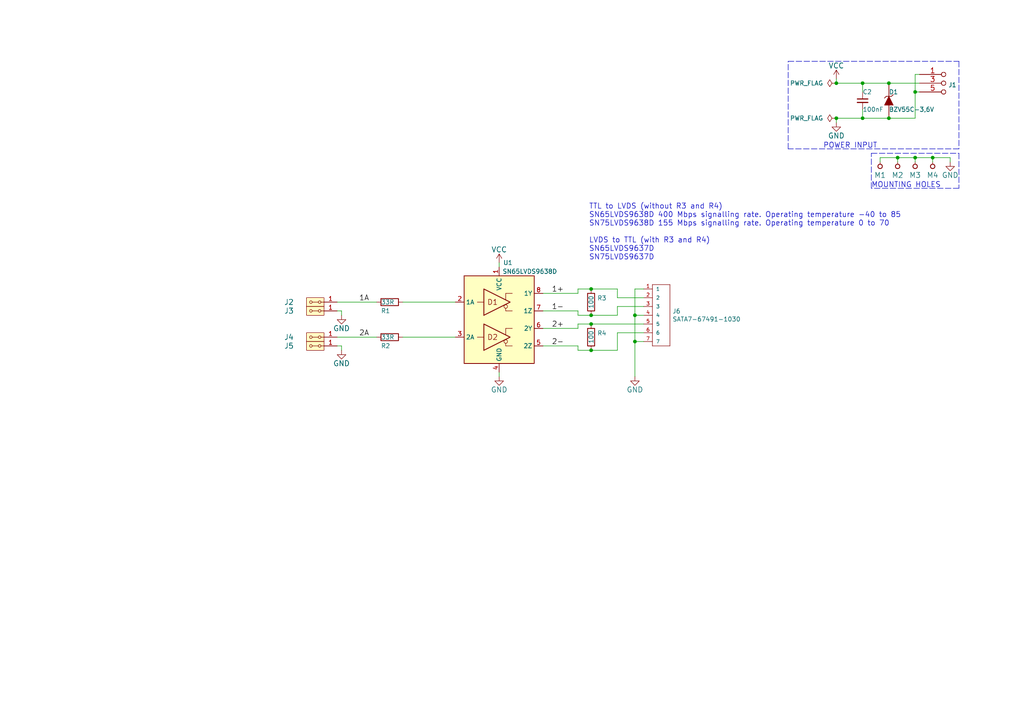
<source format=kicad_sch>
(kicad_sch (version 20211123) (generator eeschema)
  (paper "A4")
  (title_block (title "TTLLVDS01A") (date "%F") (rev "REV") (company "Mlab www.mlab.cz") (comment 2 "TTL to LVDS translating module."))
  (lib_symbols
    (symbol "Device:C_Small" (pin_numbers hide) (pin_names (offset 0.254) hide)
      (property "Reference" "C" (at 0.254 1.778 0))
      (property "Value" "C_Small" (at 0.254 -2.032 0))
      (symbol "C_Small_0_1"
        (polyline (pts (xy -1.524 -0.508) (xy 1.524 -0.508)) (stroke (width 0.3302)))
        (polyline (pts (xy -1.524 0.508) (xy 1.524 0.508)) (stroke (width 0.3048)))
      )
      (symbol "C_Small_1_1"
        (pin passive line (at 0 2.54 270) (length 2.032) (name "~") (number "1"))
        (pin passive line (at 0 -2.54 90) (length 2.032) (name "~") (number "2"))
      )
    )
    (symbol "Device:R" (pin_numbers hide) (pin_names (offset 0))
      (property "Reference" "R" (at 2.032 0 90))
      (property "Value" "R" (at 0 0 90))
      (symbol "R_0_1"
        (rectangle (start -1.016 -2.54) (end 1.016 2.54) (stroke (width 0.254)))
      )
      (symbol "R_1_1"
        (pin passive line (at 0 3.81 270) (length 1.27) (name "~") (number "1"))
        (pin passive line (at 0 -3.81 90) (length 1.27) (name "~") (number "2"))
      )
    )
    (symbol "MLAB_CONNECTORS:SATA7-67491-1030" (pin_names (offset 1.016))
      (property "Reference" "J" (at -2.54 10.16 0))
      (property "Value" "SATA7-67491-1030" (at -2.54 -11.43 0))
      (symbol "SATA7-67491-1030_1_0"
        (polyline (pts (xy -2.54 -8.89) (xy 2.54 -8.89)))
        (polyline (pts (xy -2.54 8.89) (xy -2.54 -8.89)))
        (polyline (pts (xy 2.54 -8.89) (xy 2.54 8.89)))
        (polyline (pts (xy 2.54 8.89) (xy -2.54 8.89)))
      )
      (symbol "SATA7-67491-1030_1_1"
        (pin passive line (at -5.08 7.62 0) (length 2.54) (name "1") (number "1"))
        (pin passive line (at -5.08 5.08 0) (length 2.54) (name "2") (number "2"))
        (pin passive line (at -5.08 2.54 0) (length 2.54) (name "3") (number "3"))
        (pin passive line (at -5.08 0 0) (length 2.54) (name "4") (number "4"))
        (pin passive line (at -5.08 -2.54 0) (length 2.54) (name "5") (number "5"))
        (pin passive line (at -5.08 -5.08 0) (length 2.54) (name "6") (number "6"))
        (pin passive line (at -5.08 -7.62 0) (length 2.54) (name "7") (number "7"))
      )
    )
    (symbol "MLAB_D:D_ZENER" (pin_numbers hide) (pin_names (offset 1.016) hide)
      (property "Reference" "D" (at 0 2.54 0))
      (property "Value" "D_ZENER" (at 0 -2.54 0))
      (symbol "D_ZENER_0_1"
        (polyline (pts (xy -1.778 1.27) (xy -1.27 0.762) (xy -1.27 -0.762) (xy -0.762 -1.27) (xy -0.762 -1.27)) (stroke (width 0.2032)))
        (polyline (pts (xy -1.27 0) (xy 1.27 1.27) (xy 1.27 -1.27) (xy -1.27 0) (xy -1.27 0)) (fill (type outline)))
      )
      (symbol "D_ZENER_1_1"
        (pin passive line (at -5.08 0 0) (length 3.81) (name "K") (number "1"))
        (pin passive line (at 5.08 0 180) (length 3.81) (name "A") (number "2"))
      )
    )
    (symbol "MLAB_HEADER:HEADER_2x01_PARALLEL" (pin_names (offset 1.016))
      (property "Reference" "J" (at 0 -2.54 0))
      (property "Value" "HEADER_2x01_PARALLEL" (at 0 2.54 0))
      (symbol "HEADER_2x01_PARALLEL_0_1"
        (rectangle (start -2.54 1.27) (end 2.54 -1.27) (fill (type background)))
        (circle (center -1.27 0) (radius 0.381))
        (polyline (pts (xy -1.651 0) (xy -2.54 0)))
        (polyline (pts (xy -0.889 0) (xy 0.889 0)))
        (circle (center 1.27 0) (radius 0.381))
      )
      (symbol "HEADER_2x01_PARALLEL_1_1"
        (pin input line (at -6.35 0 0) (length 3.81) (name "~") (number "1"))
        (pin input line (at -6.35 0 0) (length 3.81) hide (name "~") (number "2"))
      )
    )
    (symbol "MLAB_IO:SN65LVDS9638D"
      (property "Reference" "U" (at -10.16 13.97 0))
      (property "Value" "SN65LVDS9638D" (at 1.27 13.97 0))
      (symbol "SN65LVDS9638D_1_0"
        (rectangle (start -10.16 12.7) (end 10.16 -12.7) (stroke (width 0.254)) (fill (type background)))
        (polyline (pts (xy 1.905 -6.858) (xy 1.905 -7.62)))
        (polyline (pts (xy 1.905 -4.445) (xy 1.905 -2.54)))
        (polyline (pts (xy 1.905 3.302) (xy 1.905 2.54)))
        (polyline (pts (xy 1.905 5.715) (xy 1.905 7.62)))
        (circle (center 1.905 -6.35) (radius 0.508))
        (circle (center 1.905 3.81) (radius 0.508))
        (text "D1" (at -1.905 5.08 0) (effects (font (size 1.524 1.524))))
        (text "D2" (at -1.905 -5.08 0) (effects (font (size 1.524 1.524))))
      )
      (symbol "SN65LVDS9638D_1_1"
        (polyline (pts (xy -6.35 -5.08) (xy -4.445 -5.08)))
        (polyline (pts (xy -6.35 5.08) (xy -4.445 5.08)))
        (polyline (pts (xy 1.905 -7.62) (xy 3.81 -7.62)))
        (polyline (pts (xy 1.905 2.54) (xy 3.81 2.54)))
        (polyline (pts (xy 3.81 -2.54) (xy 1.905 -2.54)))
        (polyline (pts (xy 3.81 7.62) (xy 1.905 7.62)))
        (polyline (pts (xy -4.445 -8.89) (xy -4.445 -1.27) (xy 3.175 -5.08) (xy -4.445 -8.89)) (stroke (width 0.254)))
        (polyline (pts (xy -4.445 1.27) (xy -4.445 8.89) (xy 3.175 5.08) (xy -4.445 1.27)) (stroke (width 0.254)))
        (pin power_in line (at 0 15.24 270) (length 2.54) (name "VCC") (number "1"))
        (pin input line (at -12.7 5.08 0) (length 2.54) (name "1A") (number "2"))
        (pin input line (at -12.7 -5.08 0) (length 2.54) (name "2A") (number "3"))
        (pin power_in line (at 0 -15.24 90) (length 2.54) (name "GND") (number "4"))
        (pin output line (at 12.7 -7.62 180) (length 2.54) (name "2Z") (number "5"))
        (pin output line (at 12.7 -2.54 180) (length 2.54) (name "2Y") (number "6"))
        (pin output line (at 12.7 2.54 180) (length 2.54) (name "1Z") (number "7"))
        (pin output line (at 12.7 7.62 180) (length 2.54) (name "1Y") (number "8"))
      )
    )
    (symbol "MLAB_Jumpers:JUMP_3X2" (pin_names (offset 1.016) hide)
      (property "Reference" "J" (at -8.89 5.08 0))
      (symbol "JUMP_3X2_1_1"
        (pin passive inverted (at -10.16 3.81 0) (length 7.62) (name "2") (number "1"))
        (pin passive inverted (at -10.16 3.81 0) (length 7.62) hide (name "2") (number "2"))
        (pin passive inverted (at -10.16 1.27 0) (length 7.62) (name "4") (number "3"))
        (pin passive inverted (at -10.16 1.27 0) (length 7.62) hide (name "4") (number "4"))
        (pin passive inverted (at -10.16 -1.27 0) (length 7.62) (name "6") (number "5"))
        (pin passive inverted (at -10.16 -1.27 0) (length 7.62) hide (name "6") (number "6"))
      )
    )
    (symbol "MLAB_MECHANICAL:HOLE" (pin_numbers hide) (pin_names (offset 1.016) hide)
      (property "Reference" "M" (at 0 2.54 0))
      (property "Value" "MLAB_MECHANICAL_HOLE" (at 0 -2.54 0))
      (symbol "HOLE_0_1"
        (circle (center 0 0) (radius 0.635) (stroke (width 0.254)))
      )
      (symbol "HOLE_1_1"
        (pin input line (at 1.27 0 180) (length 0.635) (name "~") (number "1"))
      )
    )
    (symbol "power:GND" (power) (pin_names (offset 0))
      (property "Value" "GND" (at 0 -3.81 0))
      (symbol "GND_0_1"
        (polyline (pts (xy 0 0) (xy 0 -1.27) (xy 1.27 -1.27) (xy 0 -2.54) (xy -1.27 -1.27) (xy 0 -1.27)))
      )
      (symbol "GND_1_1"
        (pin power_in line (at 0 0 270) (length 0) hide (name "GND") (number "1"))
      )
    )
    (symbol "power:PWR_FLAG" (power) (pin_numbers hide) (pin_names (offset 0) hide)
      (property "Value" "PWR_FLAG" (at 0 3.81 0))
      (symbol "PWR_FLAG_0_0"
        (pin power_out line (at 0 0 90) (length 0) (name "pwr") (number "1"))
      )
      (symbol "PWR_FLAG_0_1"
        (polyline (pts (xy 0 0) (xy 0 1.27) (xy -1.016 1.905) (xy 0 2.54) (xy 1.016 1.905) (xy 0 1.27)))
      )
    )
    (symbol "power:VCC" (power) (pin_names (offset 0))
      (property "Value" "VCC" (at 0 3.81 0))
      (symbol "VCC_0_1"
        (polyline (pts (xy -0.762 1.27) (xy 0 2.54)))
        (polyline (pts (xy 0 0) (xy 0 2.54)))
        (polyline (pts (xy 0 2.54) (xy 0.762 1.27)))
      )
      (symbol "VCC_1_1"
        (pin power_in line (at 0 0 90) (length 0) hide (name "VCC") (number "1"))
      )
    )
  )
  (junction (at 250.19 24.13))
  (junction (at 242.57 24.13))
  (junction (at 184.15 91.44))
  (junction (at 242.57 34.29))
  (junction (at 171.45 91.44))
  (junction (at 171.45 93.98))
  (junction (at 257.81 34.29))
  (junction (at 265.43 26.67))
  (junction (at 250.19 34.29))
  (junction (at 260.35 45.72))
  (junction (at 257.81 24.13))
  (junction (at 270.51 45.72))
  (junction (at 171.45 101.6))
  (junction (at 184.15 99.06))
  (junction (at 171.45 83.82))
  (junction (at 265.43 45.72))
  (wire (pts (xy 167.64 95.25) (xy 167.64 93.98)))
  (wire (pts (xy 255.27 45.72) (xy 255.27 46.99)))
  (wire (pts (xy 184.15 91.44) (xy 184.15 99.06)))
  (wire (pts (xy 171.45 83.82) (xy 167.64 83.82)))
  (polyline (pts (xy 278.13 54.61) (xy 252.73 54.61)))
  (wire (pts (xy 167.64 91.44) (xy 171.45 91.44)))
  (wire (pts (xy 265.43 46.99) (xy 265.43 45.72)))
  (wire (pts (xy 250.19 34.29) (xy 242.57 34.29)))
  (wire (pts (xy 265.43 45.72) (xy 260.35 45.72)))
  (wire (pts (xy 157.48 90.17) (xy 167.64 90.17)))
  (wire (pts (xy 266.7 21.59) (xy 265.43 21.59)))
  (wire (pts (xy 184.15 83.82) (xy 184.15 91.44)))
  (wire (pts (xy 250.19 24.13) (xy 242.57 24.13)))
  (wire (pts (xy 167.64 93.98) (xy 171.45 93.98)))
  (wire (pts (xy 144.78 109.22) (xy 144.78 107.95)))
  (wire (pts (xy 171.45 101.6) (xy 167.64 101.6)))
  (wire (pts (xy 116.84 97.79) (xy 132.08 97.79)))
  (wire (pts (xy 99.06 90.17) (xy 99.06 91.44)))
  (wire (pts (xy 167.64 100.33) (xy 157.48 100.33)))
  (polyline (pts (xy 228.6 43.18) (xy 228.6 17.78)))
  (wire (pts (xy 97.79 100.33) (xy 99.06 100.33)))
  (polyline (pts (xy 278.13 43.18) (xy 228.6 43.18)))
  (wire (pts (xy 266.7 26.67) (xy 265.43 26.67)))
  (wire (pts (xy 250.19 31.75) (xy 250.19 34.29)))
  (polyline (pts (xy 278.13 17.78) (xy 278.13 43.18)))
  (wire (pts (xy 186.69 83.82) (xy 184.15 83.82)))
  (wire (pts (xy 257.81 24.13) (xy 250.19 24.13)))
  (wire (pts (xy 99.06 100.33) (xy 99.06 101.6)))
  (wire (pts (xy 260.35 46.99) (xy 260.35 45.72)))
  (wire (pts (xy 242.57 22.86) (xy 242.57 24.13)))
  (wire (pts (xy 179.07 91.44) (xy 179.07 88.9)))
  (wire (pts (xy 184.15 99.06) (xy 184.15 109.22)))
  (polyline (pts (xy 252.73 44.45) (xy 278.13 44.45)))
  (wire (pts (xy 257.81 34.29) (xy 265.43 34.29)))
  (polyline (pts (xy 228.6 17.78) (xy 278.13 17.78)))
  (wire (pts (xy 250.19 24.13) (xy 250.19 26.67)))
  (wire (pts (xy 275.59 46.99) (xy 275.59 45.72)))
  (wire (pts (xy 171.45 93.98) (xy 186.69 93.98)))
  (wire (pts (xy 179.07 86.36) (xy 179.07 83.82)))
  (wire (pts (xy 186.69 91.44) (xy 184.15 91.44)))
  (wire (pts (xy 116.84 87.63) (xy 132.08 87.63)))
  (wire (pts (xy 275.59 45.72) (xy 270.51 45.72)))
  (wire (pts (xy 242.57 34.29) (xy 242.57 35.56)))
  (wire (pts (xy 179.07 101.6) (xy 179.07 96.52)))
  (wire (pts (xy 270.51 45.72) (xy 265.43 45.72)))
  (wire (pts (xy 171.45 91.44) (xy 179.07 91.44)))
  (wire (pts (xy 250.19 34.29) (xy 257.81 34.29)))
  (wire (pts (xy 167.64 83.82) (xy 167.64 85.09)))
  (wire (pts (xy 257.81 24.13) (xy 266.7 24.13)))
  (wire (pts (xy 186.69 99.06) (xy 184.15 99.06)))
  (wire (pts (xy 179.07 96.52) (xy 186.69 96.52)))
  (wire (pts (xy 260.35 45.72) (xy 255.27 45.72)))
  (wire (pts (xy 167.64 90.17) (xy 167.64 91.44)))
  (wire (pts (xy 179.07 88.9) (xy 186.69 88.9)))
  (wire (pts (xy 265.43 26.67) (xy 265.43 34.29)))
  (wire (pts (xy 167.64 85.09) (xy 157.48 85.09)))
  (wire (pts (xy 97.79 90.17) (xy 99.06 90.17)))
  (polyline (pts (xy 252.73 54.61) (xy 252.73 44.45)))
  (wire (pts (xy 186.69 86.36) (xy 179.07 86.36)))
  (wire (pts (xy 265.43 21.59) (xy 265.43 26.67)))
  (wire (pts (xy 171.45 101.6) (xy 179.07 101.6)))
  (wire (pts (xy 167.64 101.6) (xy 167.64 100.33)))
  (wire (pts (xy 144.78 77.47) (xy 144.78 76.2)))
  (wire (pts (xy 109.22 97.79) (xy 97.79 97.79)))
  (wire (pts (xy 97.79 87.63) (xy 109.22 87.63)))
  (wire (pts (xy 179.07 83.82) (xy 171.45 83.82)))
  (polyline (pts (xy 278.13 44.45) (xy 278.13 54.61)))
  (wire (pts (xy 157.48 95.25) (xy 167.64 95.25)))
  (wire (pts (xy 270.51 46.99) (xy 270.51 45.72)))
  (text "MOUNTING HOLES" (at 252.73 54.61 0) (effects (font (size 1.524 1.524)) (justify left bottom)))
  (text "POWER INPUT" (at 238.76 43.18 0) (effects (font (size 1.524 1.524)) (justify left bottom)))
  (text "TTL to LVDS (without R3 and R4)\nSN65LVDS9638D 400 Mbps signalling rate. Operating temperature -40 to 85\nSN75LVDS9638D 155 Mbps signalling rate. Operating temperature 0 to 70\n\nLVDS to TTL (with R3 and R4)\nSN65LVDS9637D\nSN75LVDS9637D" (at 170.815 75.565 0) (effects (font (size 1.524 1.524)) (justify left bottom)))
  (label "2A" (at 104.14 97.79 0) (effects (font (size 1.524 1.524))))
  (label "1-" (at 160.02 90.17 0) (effects (font (size 1.524 1.524))))
  (label "1+" (at 160.02 85.09 0) (effects (font (size 1.524 1.524))))
  (label "1A" (at 104.14 87.63 0) (effects (font (size 1.524 1.524))))
  (label "2+" (at 160.02 95.25 0) (effects (font (size 1.524 1.524))))
  (label "2-" (at 160.02 100.33 0) (effects (font (size 1.524 1.524))))
  (symbol (lib_id "power:VCC") (at 242.57 22.86 0) (unit 1)
    (property "Reference" "#PWR01" (effects hide))
    (property "Value" "VCC" (at 242.57 19.05 0) (effects (font (size 1.524 1.524))))
  )
  (symbol (lib_id "power:GND") (at 242.57 35.56 0) (unit 1)
    (property "Reference" "#PWR02" (effects hide))
    (property "Value" "GND" (at 242.57 39.37 0) (effects (font (size 1.524 1.524))))
  )
  (symbol (lib_id "MLAB_MECHANICAL:HOLE") (at 255.27 48.26 90) (unit 1)
    (property "Reference" "M1" (at 255.27 50.8 90) (effects (font (size 1.524 1.524))))
    (property "Value" "HOLE" (effects hide))
    (property "Footprint" "Mlab_Mechanical:MountingHole_3mm" (effects hide))
  )
  (symbol (lib_id "MLAB_MECHANICAL:HOLE") (at 260.35 48.26 90) (unit 1)
    (property "Reference" "M2" (at 260.35 50.8 90) (effects (font (size 1.524 1.524))))
    (property "Value" "HOLE" (effects hide))
    (property "Footprint" "Mlab_Mechanical:MountingHole_3mm" (effects hide))
  )
  (symbol (lib_id "MLAB_MECHANICAL:HOLE") (at 265.43 48.26 90) (unit 1)
    (property "Reference" "M3" (at 265.43 50.8 90) (effects (font (size 1.524 1.524))))
    (property "Value" "HOLE" (effects hide))
    (property "Footprint" "Mlab_Mechanical:MountingHole_3mm" (effects hide))
  )
  (symbol (lib_id "MLAB_MECHANICAL:HOLE") (at 270.51 48.26 90) (unit 1)
    (property "Reference" "M4" (at 270.51 50.8 90) (effects (font (size 1.524 1.524))))
    (property "Value" "HOLE" (effects hide))
    (property "Footprint" "Mlab_Mechanical:MountingHole_3mm" (effects hide))
  )
  (symbol (lib_id "power:GND") (at 275.59 46.99 0) (unit 1)
    (property "Reference" "#PWR03" (effects hide))
    (property "Value" "GND" (at 275.59 50.8 0) (effects (font (size 1.524 1.524))))
  )
  (symbol (lib_id "Device:C_Small") (at 250.19 29.21 0) (unit 1)
    (property "Reference" "C2" (at 250.19 26.67 0) (effects (justify left)))
    (property "Value" "100nF" (at 250.19 31.75 0) (effects (justify left)))
    (property "Footprint" "Resistor_SMD:R_0805_2012Metric" (effects hide))
    (property "UST_id" "C0805_100n" (effects hide))
    (property "UST_ID" "5c70984712875079b91f8b4c" (effects hide))
  )
  (symbol (lib_id "MLAB_Jumpers:JUMP_3X2") (at 276.86 25.4 0) (unit 1)
    (property "Reference" "J1" (at 275.0566 24.638 0) (effects (justify left)))
    (property "Value" "JUMP_3X2" (effects hide))
    (property "Footprint" "Mlab_Pin_Headers:Straight_2x03" (effects hide))
  )
  (symbol (lib_id "MLAB_D:D_ZENER") (at 257.81 29.21 270) (unit 1)
    (property "Reference" "D1" (at 257.81 26.67 90) (effects (justify left)))
    (property "Value" "BZV55C-3,6V" (at 257.81 31.75 90) (effects (justify left)))
    (property "Footprint" "Diode_SMD:D_MiniMELF" (effects hide))
    (property "UST_ID" "5c70984512875079b91f88b1" (effects hide))
  )
  (symbol (lib_id "MLAB_IO:SN65LVDS9638D") (at 144.78 92.71 0) (unit 1)
    (property "Reference" "U1" (at 147.32 76.2 0))
    (property "Value" "SN65LVDS9638D" (at 153.67 78.74 0))
    (property "Footprint" "Package_SO:SOIC-8_3.9x4.9mm_P1.27mm" (effects hide))
    (property "Datasheet" "https://www.ti.com/lit/ds/symlink/sn65lvds31.pdf" (effects hide))
    (property "UST_ID" "5c7268ed1287500b4e112f34" (effects hide))
  )
  (symbol (lib_id "MLAB_CONNECTORS:SATA7-67491-1030") (at 191.77 91.44 0) (unit 1)
    (property "Reference" "J6" (at 195.0212 90.2716 0) (effects (justify left)))
    (property "Value" "SATA7-67491-1030" (at 195.0212 92.583 0) (effects (justify left)))
    (property "Footprint" "Mlab_CON:SATA-7_THT_VERT_2" (effects hide))
    (property "UST_ID" "5c70984712875079b91f8a7b" (effects hide))
  )
  (symbol (lib_id "power:GND") (at 184.15 109.22 0) (unit 1)
    (property "Reference" "#PWR08" (effects hide))
    (property "Value" "GND" (at 184.15 113.03 0) (effects (font (size 1.524 1.524))))
  )
  (symbol (lib_id "Device:R") (at 171.45 87.63 0) (unit 1)
    (property "Reference" "R3" (at 173.228 86.4616 0) (effects (justify left)))
    (property "Value" "100" (at 171.45 89.535 90) (effects (justify left)))
    (property "Footprint" "Resistor_SMD:R_0805_2012Metric" (effects hide))
    (property "UST_ID" "5c70984512875079b91f8970" (effects hide))
  )
  (symbol (lib_id "Device:R") (at 171.45 97.79 0) (unit 1)
    (property "Reference" "R4" (at 173.228 96.6216 0) (effects (justify left)))
    (property "Value" "100" (at 171.45 99.695 90) (effects (justify left)))
    (property "Footprint" "Resistor_SMD:R_0805_2012Metric" (effects hide))
    (property "UST_ID" "5c70984512875079b91f8970" (effects hide))
  )
  (symbol (lib_id "power:GND") (at 144.78 109.22 0) (unit 1)
    (property "Reference" "#PWR07" (effects hide))
    (property "Value" "GND" (at 144.78 113.03 0) (effects (font (size 1.524 1.524))))
  )
  (symbol (lib_id "power:VCC") (at 144.78 76.2 0) (unit 1)
    (property "Reference" "#PWR06" (effects hide))
    (property "Value" "VCC" (at 144.78 72.39 0) (effects (font (size 1.524 1.524))))
  )
  (symbol (lib_id "MLAB_HEADER:HEADER_2x01_PARALLEL") (at 91.44 87.63 180) (unit 1)
    (property "Reference" "J2" (at 83.82 87.63 0) (effects (font (size 1.524 1.524))))
    (property "Value" "HEADER_2x01_PARALLEL" (effects hide))
    (property "Footprint" "Mlab_Pin_Headers:Straight_2x01" (effects hide))
  )
  (symbol (lib_id "MLAB_HEADER:HEADER_2x01_PARALLEL") (at 91.44 90.17 180) (unit 1)
    (property "Reference" "J3" (at 83.82 90.17 0) (effects (font (size 1.524 1.524))))
    (property "Value" "HEADER_2x01_PARALLEL" (effects hide))
    (property "Footprint" "Mlab_Pin_Headers:Straight_2x01" (effects hide))
  )
  (symbol (lib_id "MLAB_HEADER:HEADER_2x01_PARALLEL") (at 91.44 97.79 180) (unit 1)
    (property "Reference" "J4" (at 83.82 97.79 0) (effects (font (size 1.524 1.524))))
    (property "Value" "HEADER_2x01_PARALLEL" (effects hide))
    (property "Footprint" "Mlab_Pin_Headers:Straight_2x01" (effects hide))
  )
  (symbol (lib_id "MLAB_HEADER:HEADER_2x01_PARALLEL") (at 91.44 100.33 180) (unit 1)
    (property "Reference" "J5" (at 83.82 100.33 0) (effects (font (size 1.524 1.524))))
    (property "Value" "HEADER_2x01_PARALLEL" (effects hide))
    (property "Footprint" "Mlab_Pin_Headers:Straight_2x01" (effects hide))
  )
  (symbol (lib_id "power:GND") (at 99.06 101.6 0) (unit 1)
    (property "Reference" "#PWR05" (effects hide))
    (property "Value" "GND" (at 99.06 105.41 0) (effects (font (size 1.524 1.524))))
  )
  (symbol (lib_id "power:GND") (at 99.06 91.44 0) (unit 1)
    (property "Reference" "#PWR04" (effects hide))
    (property "Value" "GND" (at 99.06 95.25 0) (effects (font (size 1.524 1.524))))
  )
  (symbol (lib_id "Device:R") (at 113.03 87.63 270) (unit 1)
    (property "Reference" "R1" (at 110.49 90.17 90) (effects (justify left)))
    (property "Value" "33R" (at 110.49 87.63 90) (effects (justify left)))
    (property "Footprint" "Resistor_SMD:R_0805_2012Metric" (effects hide))
    (property "UST_ID" "5c70984512875079b91f8970" (effects hide))
  )
  (symbol (lib_id "Device:R") (at 113.03 97.79 270) (unit 1)
    (property "Reference" "R2" (at 110.49 100.33 90) (effects (justify left)))
    (property "Value" "33R" (at 110.49 97.79 90) (effects (justify left)))
    (property "Footprint" "Resistor_SMD:R_0805_2012Metric" (effects hide))
    (property "UST_ID" "5c70984512875079b91f8970" (effects hide))
  )
  (symbol (lib_id "power:PWR_FLAG") (at 242.57 24.13 90) (unit 1)
    (property "Reference" "#FLG0101" (effects hide))
    (property "Value" "PWR_FLAG" (at 238.76 24.1299 90) (effects (justify left)))
  )
  (symbol (lib_id "power:PWR_FLAG") (at 242.57 34.29 90) (unit 1)
    (property "Reference" "#FLG0102" (effects hide))
    (property "Value" "PWR_FLAG" (at 238.76 34.2899 90) (effects (justify left)))
  )
)
</source>
